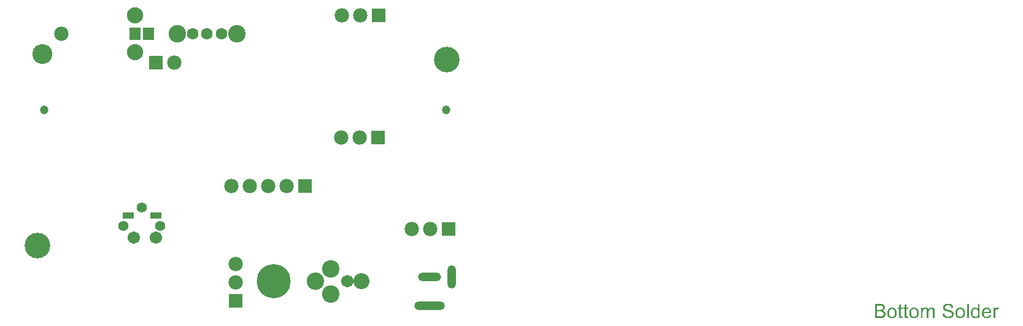
<source format=gbs>
%FSLAX25Y25*%
%MOIN*%
G70*
G01*
G75*
G04 Layer_Color=16711935*
%ADD10R,0.02362X0.03543*%
%ADD11R,0.03543X0.02362*%
%ADD12R,0.03937X0.04331*%
%ADD13R,0.06299X0.13780*%
%ADD14R,0.05000X0.03600*%
%ADD15R,0.03600X0.03600*%
%ADD16R,0.06693X0.01750*%
%ADD17R,0.08661X0.05118*%
%ADD18R,0.06299X0.07874*%
%ADD19O,0.04921X0.01772*%
%ADD20R,0.06102X0.01378*%
%ADD21C,0.01000*%
%ADD22C,0.00800*%
%ADD23C,0.02500*%
%ADD24C,0.02000*%
%ADD25C,0.08000*%
%ADD26C,0.07000*%
%ADD27C,0.10000*%
%ADD28R,0.07000X0.07000*%
%ADD29C,0.04724*%
%ADD30C,0.05906*%
%ADD31R,0.07000X0.07000*%
%ADD32C,0.08661*%
%ADD33C,0.07874*%
G04:AMPARAMS|DCode=34|XSize=118.11mil|YSize=39.37mil|CornerRadius=19.69mil|HoleSize=0mil|Usage=FLASHONLY|Rotation=0.000|XOffset=0mil|YOffset=0mil|HoleType=Round|Shape=RoundedRectangle|*
%AMROUNDEDRECTD34*
21,1,0.11811,0.00000,0,0,0.0*
21,1,0.07874,0.03937,0,0,0.0*
1,1,0.03937,0.03937,0.00000*
1,1,0.03937,-0.03937,0.00000*
1,1,0.03937,-0.03937,0.00000*
1,1,0.03937,0.03937,0.00000*
%
%ADD34ROUNDEDRECTD34*%
%ADD35O,0.15748X0.03937*%
G04:AMPARAMS|DCode=36|XSize=118.11mil|YSize=39.37mil|CornerRadius=19.69mil|HoleSize=0mil|Usage=FLASHONLY|Rotation=90.000|XOffset=0mil|YOffset=0mil|HoleType=Round|Shape=RoundedRectangle|*
%AMROUNDEDRECTD36*
21,1,0.11811,0.00000,0,0,90.0*
21,1,0.07874,0.03937,0,0,90.0*
1,1,0.03937,0.00000,0.03937*
1,1,0.03937,0.00000,-0.03937*
1,1,0.03937,0.00000,-0.03937*
1,1,0.03937,0.00000,0.03937*
%
%ADD36ROUNDEDRECTD36*%
%ADD37C,0.05512*%
%ADD38C,0.17716*%
%ADD39C,0.07874*%
%ADD40C,0.03937*%
%ADD41C,0.03150*%
%ADD42R,0.05118X0.05906*%
%ADD43R,0.05315X0.02953*%
%ADD44C,0.01200*%
%ADD45C,0.00787*%
%ADD46C,0.01500*%
%ADD47C,0.00394*%
%ADD48C,0.00700*%
%ADD49C,0.00591*%
%ADD50R,0.03162X0.04343*%
%ADD51R,0.04343X0.03162*%
%ADD52R,0.04737X0.05131*%
%ADD53R,0.07099X0.14579*%
%ADD54R,0.05800X0.04400*%
%ADD55R,0.04400X0.04400*%
%ADD56R,0.07493X0.02550*%
%ADD57R,0.09461X0.05918*%
%ADD58R,0.07099X0.08674*%
%ADD59O,0.05721X0.02572*%
%ADD60R,0.06902X0.02178*%
%ADD61C,0.08800*%
%ADD62C,0.07800*%
%ADD63C,0.10800*%
%ADD64R,0.07800X0.07800*%
%ADD65C,0.05524*%
%ADD66C,0.06706*%
%ADD67R,0.07800X0.07800*%
%ADD68C,0.09461*%
%ADD69C,0.08674*%
G04:AMPARAMS|DCode=70|XSize=126.11mil|YSize=47.37mil|CornerRadius=23.69mil|HoleSize=0mil|Usage=FLASHONLY|Rotation=0.000|XOffset=0mil|YOffset=0mil|HoleType=Round|Shape=RoundedRectangle|*
%AMROUNDEDRECTD70*
21,1,0.12611,0.00000,0,0,0.0*
21,1,0.07874,0.04737,0,0,0.0*
1,1,0.04737,0.03937,0.00000*
1,1,0.04737,-0.03937,0.00000*
1,1,0.04737,-0.03937,0.00000*
1,1,0.04737,0.03937,0.00000*
%
%ADD70ROUNDEDRECTD70*%
%ADD71O,0.16548X0.04737*%
G04:AMPARAMS|DCode=72|XSize=126.11mil|YSize=47.37mil|CornerRadius=23.69mil|HoleSize=0mil|Usage=FLASHONLY|Rotation=90.000|XOffset=0mil|YOffset=0mil|HoleType=Round|Shape=RoundedRectangle|*
%AMROUNDEDRECTD72*
21,1,0.12611,0.00000,0,0,90.0*
21,1,0.07874,0.04737,0,0,90.0*
1,1,0.04737,0.00000,0.03937*
1,1,0.04737,0.00000,-0.03937*
1,1,0.04737,0.00000,-0.03937*
1,1,0.04737,0.00000,0.03937*
%
%ADD72ROUNDEDRECTD72*%
%ADD73C,0.06312*%
%ADD74C,0.18517*%
%ADD75C,0.13874*%
%ADD76C,0.04737*%
%ADD77R,0.05918X0.06706*%
%ADD78R,0.06115X0.03753*%
G36*
X469664Y-6646D02*
X470620D01*
Y-7379D01*
X469664D01*
Y-10656D01*
Y-10678D01*
Y-10723D01*
Y-10790D01*
X469676Y-10867D01*
X469687Y-11045D01*
X469698Y-11123D01*
X469709Y-11179D01*
X469720Y-11201D01*
X469753Y-11245D01*
X469798Y-11301D01*
X469876Y-11356D01*
X469898Y-11367D01*
X469953Y-11390D01*
X470053Y-11412D01*
X470198Y-11423D01*
X470309D01*
X470364Y-11412D01*
X470442D01*
X470531Y-11401D01*
X470620Y-11390D01*
X470742Y-12223D01*
X470720D01*
X470676Y-12234D01*
X470598Y-12245D01*
X470498Y-12256D01*
X470387Y-12278D01*
X470264Y-12290D01*
X470020Y-12301D01*
X469931D01*
X469842Y-12290D01*
X469731Y-12278D01*
X469598Y-12267D01*
X469464Y-12234D01*
X469342Y-12201D01*
X469220Y-12145D01*
X469209Y-12134D01*
X469176Y-12112D01*
X469131Y-12078D01*
X469065Y-12023D01*
X469009Y-11967D01*
X468942Y-11890D01*
X468876Y-11812D01*
X468831Y-11712D01*
Y-11701D01*
X468809Y-11656D01*
X468798Y-11579D01*
X468776Y-11467D01*
X468753Y-11323D01*
X468742Y-11234D01*
Y-11134D01*
X468731Y-11012D01*
X468720Y-10890D01*
Y-10756D01*
Y-10601D01*
Y-7379D01*
X468020D01*
Y-6646D01*
X468720D01*
Y-5268D01*
X469664Y-4701D01*
Y-6646D01*
D02*
G37*
G36*
X516438Y-6534D02*
X516526Y-6546D01*
X516638Y-6568D01*
X516760Y-6590D01*
X516904Y-6623D01*
X517037Y-6657D01*
X517193Y-6712D01*
X517338Y-6768D01*
X517493Y-6846D01*
X517649Y-6934D01*
X517804Y-7034D01*
X517948Y-7157D01*
X518082Y-7290D01*
X518093Y-7301D01*
X518115Y-7323D01*
X518149Y-7368D01*
X518193Y-7434D01*
X518249Y-7512D01*
X518304Y-7601D01*
X518371Y-7712D01*
X518437Y-7846D01*
X518504Y-7990D01*
X518571Y-8145D01*
X518626Y-8323D01*
X518682Y-8512D01*
X518726Y-8723D01*
X518760Y-8945D01*
X518782Y-9179D01*
X518793Y-9434D01*
Y-9445D01*
Y-9490D01*
Y-9567D01*
X518782Y-9679D01*
X514615D01*
Y-9690D01*
Y-9723D01*
X514627Y-9768D01*
Y-9834D01*
X514638Y-9912D01*
X514660Y-10001D01*
X514693Y-10201D01*
X514760Y-10423D01*
X514849Y-10667D01*
X514971Y-10890D01*
X515127Y-11090D01*
X515138D01*
X515149Y-11112D01*
X515215Y-11167D01*
X515315Y-11245D01*
X515449Y-11323D01*
X515626Y-11412D01*
X515827Y-11490D01*
X516049Y-11545D01*
X516171Y-11556D01*
X516304Y-11567D01*
X516393D01*
X516493Y-11556D01*
X516615Y-11534D01*
X516749Y-11501D01*
X516904Y-11456D01*
X517049Y-11390D01*
X517193Y-11301D01*
X517204Y-11290D01*
X517260Y-11245D01*
X517326Y-11179D01*
X517404Y-11090D01*
X517493Y-10967D01*
X517593Y-10812D01*
X517693Y-10634D01*
X517782Y-10423D01*
X518760Y-10545D01*
Y-10556D01*
X518748Y-10579D01*
X518737Y-10623D01*
X518715Y-10690D01*
X518682Y-10756D01*
X518648Y-10845D01*
X518560Y-11034D01*
X518448Y-11245D01*
X518293Y-11467D01*
X518115Y-11678D01*
X517893Y-11878D01*
X517882D01*
X517860Y-11901D01*
X517826Y-11923D01*
X517782Y-11956D01*
X517715Y-11989D01*
X517649Y-12023D01*
X517560Y-12067D01*
X517460Y-12112D01*
X517349Y-12156D01*
X517238Y-12201D01*
X516960Y-12267D01*
X516649Y-12323D01*
X516304Y-12345D01*
X516182D01*
X516104Y-12334D01*
X516004Y-12323D01*
X515882Y-12301D01*
X515749Y-12278D01*
X515604Y-12256D01*
X515293Y-12167D01*
X515127Y-12101D01*
X514971Y-12034D01*
X514804Y-11945D01*
X514649Y-11845D01*
X514504Y-11734D01*
X514360Y-11601D01*
X514349Y-11590D01*
X514327Y-11567D01*
X514293Y-11523D01*
X514249Y-11456D01*
X514193Y-11378D01*
X514138Y-11290D01*
X514071Y-11179D01*
X514005Y-11056D01*
X513938Y-10912D01*
X513871Y-10756D01*
X513816Y-10579D01*
X513760Y-10390D01*
X513716Y-10190D01*
X513682Y-9967D01*
X513660Y-9734D01*
X513649Y-9490D01*
Y-9479D01*
Y-9423D01*
Y-9357D01*
X513660Y-9257D01*
X513671Y-9134D01*
X513682Y-9001D01*
X513704Y-8845D01*
X513738Y-8690D01*
X513827Y-8334D01*
X513882Y-8157D01*
X513949Y-7968D01*
X514038Y-7790D01*
X514138Y-7623D01*
X514249Y-7457D01*
X514371Y-7301D01*
X514382Y-7290D01*
X514404Y-7268D01*
X514449Y-7234D01*
X514504Y-7179D01*
X514571Y-7123D01*
X514660Y-7057D01*
X514760Y-6979D01*
X514882Y-6912D01*
X515004Y-6835D01*
X515149Y-6768D01*
X515304Y-6701D01*
X515471Y-6646D01*
X515649Y-6590D01*
X515838Y-6557D01*
X516038Y-6534D01*
X516249Y-6523D01*
X516360D01*
X516438Y-6534D01*
D02*
G37*
G36*
X502072D02*
X502172Y-6546D01*
X502283Y-6568D01*
X502406Y-6590D01*
X502550Y-6612D01*
X502850Y-6712D01*
X503006Y-6768D01*
X503161Y-6846D01*
X503317Y-6923D01*
X503472Y-7034D01*
X503617Y-7146D01*
X503761Y-7279D01*
X503772Y-7290D01*
X503794Y-7312D01*
X503828Y-7357D01*
X503872Y-7412D01*
X503928Y-7490D01*
X503994Y-7590D01*
X504061Y-7701D01*
X504128Y-7823D01*
X504194Y-7957D01*
X504261Y-8123D01*
X504328Y-8290D01*
X504383Y-8479D01*
X504428Y-8679D01*
X504461Y-8890D01*
X504483Y-9112D01*
X504494Y-9357D01*
Y-9368D01*
Y-9401D01*
Y-9456D01*
Y-9534D01*
X504483Y-9623D01*
X504472Y-9734D01*
Y-9845D01*
X504450Y-9967D01*
X504417Y-10245D01*
X504350Y-10523D01*
X504272Y-10801D01*
X504161Y-11056D01*
Y-11067D01*
X504150Y-11079D01*
X504128Y-11112D01*
X504106Y-11156D01*
X504028Y-11267D01*
X503928Y-11401D01*
X503794Y-11556D01*
X503628Y-11712D01*
X503439Y-11867D01*
X503217Y-12012D01*
X503206D01*
X503194Y-12023D01*
X503161Y-12045D01*
X503106Y-12067D01*
X503050Y-12089D01*
X502983Y-12112D01*
X502817Y-12178D01*
X502628Y-12234D01*
X502394Y-12290D01*
X502150Y-12334D01*
X501884Y-12345D01*
X501772D01*
X501684Y-12334D01*
X501583Y-12323D01*
X501472Y-12301D01*
X501339Y-12278D01*
X501206Y-12256D01*
X500906Y-12167D01*
X500739Y-12101D01*
X500584Y-12034D01*
X500428Y-11945D01*
X500273Y-11845D01*
X500128Y-11734D01*
X499984Y-11601D01*
X499972Y-11590D01*
X499950Y-11567D01*
X499917Y-11523D01*
X499872Y-11456D01*
X499817Y-11378D01*
X499761Y-11290D01*
X499695Y-11179D01*
X499628Y-11045D01*
X499562Y-10901D01*
X499495Y-10734D01*
X499439Y-10556D01*
X499384Y-10368D01*
X499339Y-10156D01*
X499306Y-9934D01*
X499284Y-9690D01*
X499273Y-9434D01*
Y-9412D01*
Y-9368D01*
X499284Y-9290D01*
Y-9179D01*
X499295Y-9057D01*
X499317Y-8901D01*
X499339Y-8745D01*
X499384Y-8568D01*
X499428Y-8390D01*
X499484Y-8201D01*
X499550Y-8001D01*
X499639Y-7812D01*
X499728Y-7634D01*
X499850Y-7457D01*
X499972Y-7290D01*
X500128Y-7146D01*
X500139Y-7135D01*
X500161Y-7123D01*
X500206Y-7090D01*
X500261Y-7046D01*
X500328Y-7001D01*
X500417Y-6946D01*
X500506Y-6890D01*
X500617Y-6835D01*
X500739Y-6779D01*
X500873Y-6723D01*
X501172Y-6623D01*
X501517Y-6546D01*
X501695Y-6534D01*
X501884Y-6523D01*
X501995D01*
X502072Y-6534D01*
D02*
G37*
G36*
X506527Y-12223D02*
X505583D01*
Y-4535D01*
X506527D01*
Y-12223D01*
D02*
G37*
G36*
X458599Y-4546D02*
X458688D01*
X458888Y-4568D01*
X459110Y-4590D01*
X459343Y-4635D01*
X459577Y-4690D01*
X459788Y-4768D01*
X459799D01*
X459810Y-4779D01*
X459877Y-4812D01*
X459976Y-4868D01*
X460088Y-4946D01*
X460221Y-5046D01*
X460365Y-5168D01*
X460499Y-5324D01*
X460621Y-5490D01*
X460632Y-5512D01*
X460665Y-5579D01*
X460721Y-5668D01*
X460777Y-5801D01*
X460832Y-5957D01*
X460888Y-6123D01*
X460921Y-6312D01*
X460932Y-6501D01*
Y-6523D01*
Y-6579D01*
X460921Y-6679D01*
X460899Y-6801D01*
X460865Y-6946D01*
X460810Y-7101D01*
X460743Y-7257D01*
X460654Y-7423D01*
X460643Y-7446D01*
X460610Y-7490D01*
X460543Y-7579D01*
X460454Y-7668D01*
X460343Y-7779D01*
X460210Y-7901D01*
X460043Y-8012D01*
X459854Y-8123D01*
X459865D01*
X459888Y-8134D01*
X459921Y-8145D01*
X459965Y-8168D01*
X460099Y-8212D01*
X460254Y-8290D01*
X460421Y-8390D01*
X460610Y-8512D01*
X460777Y-8657D01*
X460932Y-8834D01*
X460943Y-8856D01*
X460988Y-8923D01*
X461054Y-9023D01*
X461121Y-9156D01*
X461188Y-9334D01*
X461254Y-9523D01*
X461299Y-9745D01*
X461310Y-9990D01*
Y-10001D01*
Y-10012D01*
Y-10079D01*
X461299Y-10190D01*
X461276Y-10323D01*
X461254Y-10479D01*
X461210Y-10645D01*
X461154Y-10823D01*
X461076Y-11001D01*
X461065Y-11023D01*
X461032Y-11079D01*
X460988Y-11156D01*
X460921Y-11267D01*
X460832Y-11378D01*
X460743Y-11501D01*
X460632Y-11623D01*
X460510Y-11723D01*
X460499Y-11734D01*
X460454Y-11767D01*
X460377Y-11812D01*
X460277Y-11856D01*
X460154Y-11923D01*
X460010Y-11989D01*
X459854Y-12045D01*
X459665Y-12101D01*
X459643D01*
X459577Y-12123D01*
X459466Y-12134D01*
X459321Y-12156D01*
X459143Y-12178D01*
X458932Y-12201D01*
X458699Y-12212D01*
X458432Y-12223D01*
X455499D01*
Y-4535D01*
X458521D01*
X458599Y-4546D01*
D02*
G37*
G36*
X472653Y-6646D02*
X473608D01*
Y-7379D01*
X472653D01*
Y-10656D01*
Y-10678D01*
Y-10723D01*
Y-10790D01*
X472664Y-10867D01*
X472675Y-11045D01*
X472686Y-11123D01*
X472697Y-11179D01*
X472709Y-11201D01*
X472742Y-11245D01*
X472786Y-11301D01*
X472864Y-11356D01*
X472886Y-11367D01*
X472942Y-11390D01*
X473042Y-11412D01*
X473186Y-11423D01*
X473297D01*
X473353Y-11412D01*
X473431D01*
X473520Y-11401D01*
X473608Y-11390D01*
X473731Y-12223D01*
X473708D01*
X473664Y-12234D01*
X473586Y-12245D01*
X473486Y-12256D01*
X473375Y-12278D01*
X473253Y-12290D01*
X473009Y-12301D01*
X472920D01*
X472831Y-12290D01*
X472720Y-12278D01*
X472586Y-12267D01*
X472453Y-12234D01*
X472331Y-12201D01*
X472209Y-12145D01*
X472197Y-12134D01*
X472164Y-12112D01*
X472120Y-12078D01*
X472053Y-12023D01*
X471998Y-11967D01*
X471931Y-11890D01*
X471864Y-11812D01*
X471820Y-11712D01*
Y-11701D01*
X471798Y-11656D01*
X471786Y-11579D01*
X471764Y-11467D01*
X471742Y-11323D01*
X471731Y-11234D01*
Y-11134D01*
X471720Y-11012D01*
X471709Y-10890D01*
Y-10756D01*
Y-10601D01*
Y-7379D01*
X471009D01*
Y-6646D01*
X471709D01*
Y-5268D01*
X472653Y-4701D01*
Y-6646D01*
D02*
G37*
G36*
X522170Y-6534D02*
X522293Y-6557D01*
X522437Y-6601D01*
X522592Y-6657D01*
X522770Y-6735D01*
X522959Y-6835D01*
X522615Y-7701D01*
X522604Y-7690D01*
X522559Y-7668D01*
X522493Y-7634D01*
X522404Y-7601D01*
X522304Y-7568D01*
X522181Y-7534D01*
X522059Y-7512D01*
X521937Y-7501D01*
X521881D01*
X521826Y-7512D01*
X521748Y-7523D01*
X521670Y-7546D01*
X521570Y-7579D01*
X521470Y-7623D01*
X521382Y-7690D01*
X521370Y-7701D01*
X521337Y-7723D01*
X521304Y-7768D01*
X521248Y-7823D01*
X521193Y-7901D01*
X521137Y-7990D01*
X521081Y-8090D01*
X521037Y-8212D01*
X521026Y-8234D01*
X521015Y-8301D01*
X520993Y-8401D01*
X520959Y-8534D01*
X520926Y-8701D01*
X520904Y-8890D01*
X520893Y-9090D01*
X520882Y-9312D01*
Y-12223D01*
X519937D01*
Y-6646D01*
X520793D01*
Y-7490D01*
X520804Y-7479D01*
X520848Y-7401D01*
X520904Y-7301D01*
X520993Y-7179D01*
X521081Y-7057D01*
X521181Y-6923D01*
X521281Y-6812D01*
X521382Y-6723D01*
X521393Y-6712D01*
X521426Y-6690D01*
X521493Y-6657D01*
X521559Y-6623D01*
X521648Y-6590D01*
X521759Y-6557D01*
X521870Y-6534D01*
X521993Y-6523D01*
X522070D01*
X522170Y-6534D01*
D02*
G37*
G36*
X512471Y-12223D02*
X511594D01*
Y-11523D01*
X511583Y-11534D01*
X511571Y-11556D01*
X511538Y-11601D01*
X511494Y-11656D01*
X511438Y-11712D01*
X511371Y-11778D01*
X511294Y-11856D01*
X511194Y-11934D01*
X511094Y-12012D01*
X510983Y-12089D01*
X510849Y-12156D01*
X510705Y-12212D01*
X510560Y-12267D01*
X510394Y-12312D01*
X510216Y-12334D01*
X510027Y-12345D01*
X509960D01*
X509916Y-12334D01*
X509783Y-12323D01*
X509627Y-12301D01*
X509438Y-12256D01*
X509227Y-12190D01*
X509016Y-12101D01*
X508805Y-11978D01*
X508794D01*
X508783Y-11956D01*
X508716Y-11912D01*
X508616Y-11823D01*
X508494Y-11712D01*
X508350Y-11567D01*
X508205Y-11390D01*
X508061Y-11190D01*
X507938Y-10956D01*
Y-10945D01*
X507927Y-10923D01*
X507916Y-10890D01*
X507894Y-10845D01*
X507872Y-10779D01*
X507838Y-10701D01*
X507816Y-10623D01*
X507794Y-10523D01*
X507738Y-10301D01*
X507683Y-10045D01*
X507650Y-9756D01*
X507638Y-9445D01*
Y-9434D01*
Y-9412D01*
Y-9368D01*
Y-9301D01*
X507650Y-9234D01*
Y-9145D01*
X507672Y-8945D01*
X507705Y-8712D01*
X507761Y-8457D01*
X507827Y-8190D01*
X507916Y-7934D01*
Y-7923D01*
X507927Y-7901D01*
X507949Y-7868D01*
X507972Y-7823D01*
X508038Y-7701D01*
X508127Y-7546D01*
X508238Y-7379D01*
X508383Y-7212D01*
X508549Y-7034D01*
X508749Y-6890D01*
X508760D01*
X508772Y-6879D01*
X508805Y-6857D01*
X508849Y-6835D01*
X508960Y-6779D01*
X509116Y-6701D01*
X509294Y-6634D01*
X509505Y-6579D01*
X509738Y-6534D01*
X509983Y-6523D01*
X510072D01*
X510160Y-6534D01*
X510283Y-6546D01*
X510427Y-6579D01*
X510583Y-6612D01*
X510738Y-6668D01*
X510883Y-6746D01*
X510905Y-6757D01*
X510949Y-6779D01*
X511016Y-6835D01*
X511105Y-6890D01*
X511216Y-6968D01*
X511316Y-7068D01*
X511427Y-7168D01*
X511527Y-7290D01*
Y-4535D01*
X512471D01*
Y-12223D01*
D02*
G37*
G36*
X495451Y-4412D02*
X495529D01*
X495740Y-4435D01*
X495973Y-4468D01*
X496217Y-4524D01*
X496484Y-4590D01*
X496728Y-4679D01*
X496739D01*
X496762Y-4690D01*
X496795Y-4713D01*
X496840Y-4735D01*
X496951Y-4790D01*
X497095Y-4890D01*
X497262Y-5001D01*
X497428Y-5146D01*
X497584Y-5312D01*
X497728Y-5501D01*
Y-5512D01*
X497739Y-5523D01*
X497762Y-5557D01*
X497784Y-5590D01*
X497839Y-5701D01*
X497906Y-5846D01*
X497984Y-6024D01*
X498039Y-6235D01*
X498095Y-6457D01*
X498117Y-6701D01*
X497140Y-6779D01*
Y-6768D01*
Y-6746D01*
X497128Y-6712D01*
X497117Y-6657D01*
X497084Y-6534D01*
X497040Y-6368D01*
X496973Y-6190D01*
X496873Y-6012D01*
X496751Y-5846D01*
X496595Y-5690D01*
X496573Y-5679D01*
X496517Y-5635D01*
X496406Y-5568D01*
X496262Y-5501D01*
X496073Y-5435D01*
X495851Y-5368D01*
X495573Y-5324D01*
X495262Y-5312D01*
X495106D01*
X495040Y-5324D01*
X494951Y-5335D01*
X494751Y-5357D01*
X494529Y-5401D01*
X494306Y-5457D01*
X494095Y-5546D01*
X494006Y-5601D01*
X493918Y-5657D01*
X493895Y-5668D01*
X493851Y-5712D01*
X493784Y-5790D01*
X493718Y-5879D01*
X493640Y-6001D01*
X493573Y-6135D01*
X493529Y-6290D01*
X493506Y-6468D01*
Y-6490D01*
Y-6534D01*
X493518Y-6612D01*
X493540Y-6701D01*
X493573Y-6812D01*
X493629Y-6923D01*
X493695Y-7034D01*
X493795Y-7146D01*
X493807Y-7157D01*
X493862Y-7190D01*
X493906Y-7223D01*
X493951Y-7246D01*
X494018Y-7279D01*
X494095Y-7323D01*
X494195Y-7357D01*
X494306Y-7401D01*
X494429Y-7446D01*
X494573Y-7501D01*
X494729Y-7546D01*
X494906Y-7601D01*
X495106Y-7645D01*
X495329Y-7701D01*
X495340D01*
X495384Y-7712D01*
X495451Y-7723D01*
X495529Y-7745D01*
X495628Y-7768D01*
X495751Y-7801D01*
X495873Y-7834D01*
X496006Y-7868D01*
X496295Y-7946D01*
X496573Y-8023D01*
X496706Y-8068D01*
X496828Y-8112D01*
X496940Y-8145D01*
X497028Y-8190D01*
X497040D01*
X497062Y-8201D01*
X497095Y-8223D01*
X497140Y-8246D01*
X497262Y-8312D01*
X497406Y-8401D01*
X497573Y-8523D01*
X497739Y-8657D01*
X497895Y-8812D01*
X498028Y-8979D01*
X498039Y-9001D01*
X498084Y-9057D01*
X498128Y-9156D01*
X498195Y-9290D01*
X498250Y-9445D01*
X498306Y-9634D01*
X498339Y-9845D01*
X498350Y-10068D01*
Y-10079D01*
Y-10090D01*
Y-10123D01*
Y-10167D01*
X498328Y-10290D01*
X498306Y-10445D01*
X498262Y-10623D01*
X498206Y-10812D01*
X498117Y-11012D01*
X497995Y-11223D01*
Y-11234D01*
X497984Y-11245D01*
X497928Y-11312D01*
X497851Y-11412D01*
X497739Y-11523D01*
X497595Y-11656D01*
X497417Y-11801D01*
X497217Y-11934D01*
X496984Y-12056D01*
X496973D01*
X496951Y-12067D01*
X496917Y-12078D01*
X496873Y-12101D01*
X496806Y-12123D01*
X496728Y-12156D01*
X496551Y-12201D01*
X496340Y-12256D01*
X496084Y-12312D01*
X495806Y-12345D01*
X495506Y-12356D01*
X495329D01*
X495240Y-12345D01*
X495140D01*
X495029Y-12334D01*
X494895Y-12323D01*
X494618Y-12278D01*
X494329Y-12234D01*
X494040Y-12156D01*
X493762Y-12056D01*
X493751D01*
X493729Y-12045D01*
X493695Y-12023D01*
X493651Y-12001D01*
X493518Y-11934D01*
X493362Y-11834D01*
X493184Y-11701D01*
X492996Y-11545D01*
X492818Y-11356D01*
X492651Y-11145D01*
Y-11134D01*
X492629Y-11112D01*
X492618Y-11079D01*
X492584Y-11034D01*
X492562Y-10978D01*
X492529Y-10912D01*
X492451Y-10745D01*
X492373Y-10534D01*
X492307Y-10301D01*
X492262Y-10034D01*
X492240Y-9756D01*
X493195Y-9668D01*
Y-9679D01*
Y-9690D01*
X493207Y-9723D01*
Y-9768D01*
X493229Y-9867D01*
X493262Y-10012D01*
X493306Y-10156D01*
X493351Y-10323D01*
X493429Y-10479D01*
X493506Y-10623D01*
X493518Y-10634D01*
X493551Y-10678D01*
X493607Y-10756D01*
X493695Y-10834D01*
X493807Y-10934D01*
X493929Y-11034D01*
X494095Y-11134D01*
X494273Y-11223D01*
X494284D01*
X494295Y-11234D01*
X494329Y-11245D01*
X494362Y-11256D01*
X494473Y-11290D01*
X494618Y-11334D01*
X494795Y-11378D01*
X494995Y-11412D01*
X495218Y-11434D01*
X495462Y-11445D01*
X495562D01*
X495673Y-11434D01*
X495806Y-11423D01*
X495962Y-11401D01*
X496140Y-11378D01*
X496317Y-11334D01*
X496484Y-11278D01*
X496506Y-11267D01*
X496562Y-11245D01*
X496639Y-11201D01*
X496739Y-11156D01*
X496840Y-11079D01*
X496951Y-11001D01*
X497062Y-10912D01*
X497151Y-10801D01*
X497162Y-10790D01*
X497184Y-10745D01*
X497217Y-10690D01*
X497262Y-10601D01*
X497306Y-10512D01*
X497339Y-10401D01*
X497362Y-10279D01*
X497373Y-10145D01*
Y-10134D01*
Y-10079D01*
X497362Y-10012D01*
X497351Y-9923D01*
X497317Y-9834D01*
X497284Y-9723D01*
X497228Y-9612D01*
X497151Y-9512D01*
X497140Y-9501D01*
X497106Y-9468D01*
X497062Y-9423D01*
X496984Y-9357D01*
X496895Y-9290D01*
X496773Y-9212D01*
X496628Y-9134D01*
X496462Y-9068D01*
X496451Y-9057D01*
X496395Y-9045D01*
X496306Y-9012D01*
X496251Y-9001D01*
X496173Y-8979D01*
X496095Y-8945D01*
X495995Y-8923D01*
X495884Y-8890D01*
X495751Y-8856D01*
X495617Y-8823D01*
X495462Y-8779D01*
X495284Y-8734D01*
X495095Y-8690D01*
X495084D01*
X495051Y-8679D01*
X494995Y-8668D01*
X494929Y-8645D01*
X494840Y-8623D01*
X494740Y-8601D01*
X494518Y-8534D01*
X494273Y-8457D01*
X494018Y-8379D01*
X493795Y-8301D01*
X493695Y-8257D01*
X493607Y-8212D01*
X493595D01*
X493584Y-8201D01*
X493518Y-8157D01*
X493418Y-8101D01*
X493306Y-8012D01*
X493173Y-7912D01*
X493040Y-7790D01*
X492907Y-7645D01*
X492796Y-7490D01*
X492784Y-7468D01*
X492751Y-7412D01*
X492707Y-7323D01*
X492662Y-7212D01*
X492618Y-7068D01*
X492573Y-6901D01*
X492540Y-6723D01*
X492529Y-6534D01*
Y-6523D01*
Y-6512D01*
Y-6479D01*
Y-6435D01*
X492551Y-6323D01*
X492573Y-6179D01*
X492607Y-6012D01*
X492662Y-5824D01*
X492740Y-5635D01*
X492851Y-5446D01*
Y-5435D01*
X492862Y-5424D01*
X492918Y-5357D01*
X492996Y-5268D01*
X493095Y-5157D01*
X493229Y-5035D01*
X493395Y-4901D01*
X493595Y-4779D01*
X493818Y-4668D01*
X493829D01*
X493851Y-4657D01*
X493884Y-4646D01*
X493929Y-4624D01*
X493984Y-4601D01*
X494062Y-4579D01*
X494229Y-4535D01*
X494440Y-4490D01*
X494684Y-4446D01*
X494940Y-4412D01*
X495229Y-4401D01*
X495373D01*
X495451Y-4412D01*
D02*
G37*
G36*
X476986Y-6534D02*
X477086Y-6546D01*
X477197Y-6568D01*
X477319Y-6590D01*
X477464Y-6612D01*
X477764Y-6712D01*
X477919Y-6768D01*
X478075Y-6846D01*
X478230Y-6923D01*
X478386Y-7034D01*
X478530Y-7146D01*
X478675Y-7279D01*
X478686Y-7290D01*
X478708Y-7312D01*
X478741Y-7357D01*
X478786Y-7412D01*
X478841Y-7490D01*
X478908Y-7590D01*
X478975Y-7701D01*
X479041Y-7823D01*
X479108Y-7957D01*
X479175Y-8123D01*
X479241Y-8290D01*
X479297Y-8479D01*
X479341Y-8679D01*
X479375Y-8890D01*
X479397Y-9112D01*
X479408Y-9357D01*
Y-9368D01*
Y-9401D01*
Y-9456D01*
Y-9534D01*
X479397Y-9623D01*
X479386Y-9734D01*
Y-9845D01*
X479363Y-9967D01*
X479330Y-10245D01*
X479263Y-10523D01*
X479186Y-10801D01*
X479075Y-11056D01*
Y-11067D01*
X479064Y-11079D01*
X479041Y-11112D01*
X479019Y-11156D01*
X478941Y-11267D01*
X478841Y-11401D01*
X478708Y-11556D01*
X478541Y-11712D01*
X478352Y-11867D01*
X478130Y-12012D01*
X478119D01*
X478108Y-12023D01*
X478075Y-12045D01*
X478019Y-12067D01*
X477964Y-12089D01*
X477897Y-12112D01*
X477730Y-12178D01*
X477541Y-12234D01*
X477308Y-12290D01*
X477064Y-12334D01*
X476797Y-12345D01*
X476686D01*
X476597Y-12334D01*
X476497Y-12323D01*
X476386Y-12301D01*
X476253Y-12278D01*
X476119Y-12256D01*
X475819Y-12167D01*
X475653Y-12101D01*
X475497Y-12034D01*
X475342Y-11945D01*
X475186Y-11845D01*
X475042Y-11734D01*
X474897Y-11601D01*
X474886Y-11590D01*
X474864Y-11567D01*
X474831Y-11523D01*
X474786Y-11456D01*
X474731Y-11378D01*
X474675Y-11290D01*
X474608Y-11179D01*
X474542Y-11045D01*
X474475Y-10901D01*
X474408Y-10734D01*
X474353Y-10556D01*
X474297Y-10368D01*
X474253Y-10156D01*
X474220Y-9934D01*
X474197Y-9690D01*
X474186Y-9434D01*
Y-9412D01*
Y-9368D01*
X474197Y-9290D01*
Y-9179D01*
X474208Y-9057D01*
X474231Y-8901D01*
X474253Y-8745D01*
X474297Y-8568D01*
X474342Y-8390D01*
X474397Y-8201D01*
X474464Y-8001D01*
X474553Y-7812D01*
X474642Y-7634D01*
X474764Y-7457D01*
X474886Y-7290D01*
X475042Y-7146D01*
X475053Y-7135D01*
X475075Y-7123D01*
X475119Y-7090D01*
X475175Y-7046D01*
X475242Y-7001D01*
X475331Y-6946D01*
X475419Y-6890D01*
X475530Y-6835D01*
X475653Y-6779D01*
X475786Y-6723D01*
X476086Y-6623D01*
X476431Y-6546D01*
X476608Y-6534D01*
X476797Y-6523D01*
X476908D01*
X476986Y-6534D01*
D02*
G37*
G36*
X465032D02*
X465132Y-6546D01*
X465243Y-6568D01*
X465365Y-6590D01*
X465509Y-6612D01*
X465809Y-6712D01*
X465965Y-6768D01*
X466120Y-6846D01*
X466276Y-6923D01*
X466432Y-7034D01*
X466576Y-7146D01*
X466720Y-7279D01*
X466731Y-7290D01*
X466754Y-7312D01*
X466787Y-7357D01*
X466831Y-7412D01*
X466887Y-7490D01*
X466954Y-7590D01*
X467020Y-7701D01*
X467087Y-7823D01*
X467154Y-7957D01*
X467220Y-8123D01*
X467287Y-8290D01*
X467343Y-8479D01*
X467387Y-8679D01*
X467420Y-8890D01*
X467443Y-9112D01*
X467454Y-9357D01*
Y-9368D01*
Y-9401D01*
Y-9456D01*
Y-9534D01*
X467443Y-9623D01*
X467431Y-9734D01*
Y-9845D01*
X467409Y-9967D01*
X467376Y-10245D01*
X467309Y-10523D01*
X467231Y-10801D01*
X467120Y-11056D01*
Y-11067D01*
X467109Y-11079D01*
X467087Y-11112D01*
X467065Y-11156D01*
X466987Y-11267D01*
X466887Y-11401D01*
X466754Y-11556D01*
X466587Y-11712D01*
X466398Y-11867D01*
X466176Y-12012D01*
X466165D01*
X466154Y-12023D01*
X466120Y-12045D01*
X466065Y-12067D01*
X466009Y-12089D01*
X465943Y-12112D01*
X465776Y-12178D01*
X465587Y-12234D01*
X465354Y-12290D01*
X465109Y-12334D01*
X464843Y-12345D01*
X464732D01*
X464643Y-12334D01*
X464543Y-12323D01*
X464432Y-12301D01*
X464298Y-12278D01*
X464165Y-12256D01*
X463865Y-12167D01*
X463698Y-12101D01*
X463543Y-12034D01*
X463387Y-11945D01*
X463232Y-11845D01*
X463087Y-11734D01*
X462943Y-11601D01*
X462932Y-11590D01*
X462910Y-11567D01*
X462876Y-11523D01*
X462832Y-11456D01*
X462776Y-11378D01*
X462721Y-11290D01*
X462654Y-11179D01*
X462587Y-11045D01*
X462521Y-10901D01*
X462454Y-10734D01*
X462398Y-10556D01*
X462343Y-10368D01*
X462298Y-10156D01*
X462265Y-9934D01*
X462243Y-9690D01*
X462232Y-9434D01*
Y-9412D01*
Y-9368D01*
X462243Y-9290D01*
Y-9179D01*
X462254Y-9057D01*
X462276Y-8901D01*
X462298Y-8745D01*
X462343Y-8568D01*
X462387Y-8390D01*
X462443Y-8201D01*
X462510Y-8001D01*
X462599Y-7812D01*
X462687Y-7634D01*
X462810Y-7457D01*
X462932Y-7290D01*
X463087Y-7146D01*
X463098Y-7135D01*
X463121Y-7123D01*
X463165Y-7090D01*
X463221Y-7046D01*
X463287Y-7001D01*
X463376Y-6946D01*
X463465Y-6890D01*
X463576Y-6835D01*
X463698Y-6779D01*
X463832Y-6723D01*
X464132Y-6623D01*
X464476Y-6546D01*
X464654Y-6534D01*
X464843Y-6523D01*
X464954D01*
X465032Y-6534D01*
D02*
G37*
G36*
X486485D02*
X486563D01*
X486641Y-6546D01*
X486829Y-6579D01*
X487029Y-6634D01*
X487241Y-6723D01*
X487452Y-6835D01*
X487629Y-6990D01*
X487652Y-7012D01*
X487696Y-7079D01*
X487774Y-7179D01*
X487807Y-7257D01*
X487851Y-7334D01*
X487896Y-7434D01*
X487929Y-7534D01*
X487974Y-7645D01*
X488007Y-7779D01*
X488029Y-7912D01*
X488052Y-8068D01*
X488074Y-8223D01*
Y-8401D01*
Y-12223D01*
X487129D01*
Y-8723D01*
Y-8712D01*
Y-8701D01*
Y-8634D01*
Y-8534D01*
X487118Y-8412D01*
X487107Y-8279D01*
X487096Y-8145D01*
X487074Y-8012D01*
X487041Y-7912D01*
Y-7901D01*
X487018Y-7868D01*
X486996Y-7823D01*
X486963Y-7768D01*
X486918Y-7701D01*
X486863Y-7634D01*
X486796Y-7568D01*
X486707Y-7501D01*
X486696Y-7490D01*
X486663Y-7479D01*
X486618Y-7457D01*
X486541Y-7423D01*
X486463Y-7390D01*
X486363Y-7368D01*
X486263Y-7357D01*
X486141Y-7346D01*
X486085D01*
X486041Y-7357D01*
X485929Y-7368D01*
X485796Y-7390D01*
X485641Y-7446D01*
X485474Y-7512D01*
X485307Y-7612D01*
X485152Y-7745D01*
X485141Y-7768D01*
X485096Y-7823D01*
X485030Y-7912D01*
X484963Y-8045D01*
X484885Y-8223D01*
X484830Y-8434D01*
X484785Y-8690D01*
X484763Y-8990D01*
Y-12223D01*
X483819D01*
Y-8612D01*
Y-8601D01*
Y-8579D01*
Y-8557D01*
Y-8512D01*
X483808Y-8390D01*
X483785Y-8257D01*
X483763Y-8101D01*
X483719Y-7946D01*
X483663Y-7801D01*
X483585Y-7668D01*
X483574Y-7657D01*
X483541Y-7612D01*
X483485Y-7568D01*
X483407Y-7501D01*
X483308Y-7446D01*
X483174Y-7390D01*
X483019Y-7357D01*
X482830Y-7346D01*
X482763D01*
X482685Y-7357D01*
X482596Y-7368D01*
X482485Y-7401D01*
X482352Y-7434D01*
X482230Y-7490D01*
X482097Y-7557D01*
X482085Y-7568D01*
X482041Y-7601D01*
X481986Y-7645D01*
X481908Y-7712D01*
X481830Y-7801D01*
X481752Y-7912D01*
X481674Y-8034D01*
X481608Y-8179D01*
X481597Y-8201D01*
X481586Y-8257D01*
X481563Y-8345D01*
X481530Y-8468D01*
X481497Y-8634D01*
X481474Y-8834D01*
X481463Y-9068D01*
X481452Y-9334D01*
Y-12223D01*
X480508D01*
Y-6646D01*
X481352D01*
Y-7446D01*
X481363Y-7423D01*
X481397Y-7379D01*
X481463Y-7301D01*
X481541Y-7212D01*
X481641Y-7101D01*
X481763Y-6990D01*
X481897Y-6879D01*
X482052Y-6779D01*
X482074Y-6768D01*
X482130Y-6735D01*
X482219Y-6701D01*
X482341Y-6646D01*
X482485Y-6601D01*
X482652Y-6568D01*
X482841Y-6534D01*
X483041Y-6523D01*
X483141D01*
X483263Y-6534D01*
X483396Y-6557D01*
X483563Y-6590D01*
X483730Y-6634D01*
X483896Y-6701D01*
X484052Y-6790D01*
X484074Y-6801D01*
X484119Y-6835D01*
X484185Y-6890D01*
X484274Y-6979D01*
X484363Y-7079D01*
X484463Y-7201D01*
X484552Y-7346D01*
X484619Y-7512D01*
X484630Y-7501D01*
X484652Y-7468D01*
X484685Y-7423D01*
X484741Y-7357D01*
X484807Y-7279D01*
X484885Y-7201D01*
X484974Y-7112D01*
X485085Y-7012D01*
X485207Y-6923D01*
X485330Y-6835D01*
X485474Y-6757D01*
X485630Y-6679D01*
X485796Y-6612D01*
X485974Y-6568D01*
X486152Y-6534D01*
X486352Y-6523D01*
X486429D01*
X486485Y-6534D01*
D02*
G37*
%LPC*%
G36*
X458543Y-8668D02*
X456521D01*
Y-11312D01*
X458710D01*
X458943Y-11301D01*
X459043Y-11290D01*
X459132Y-11278D01*
X459143D01*
X459188Y-11267D01*
X459254Y-11256D01*
X459332Y-11234D01*
X459521Y-11167D01*
X459710Y-11079D01*
X459721Y-11067D01*
X459754Y-11045D01*
X459799Y-11012D01*
X459854Y-10967D01*
X459910Y-10901D01*
X459988Y-10834D01*
X460043Y-10745D01*
X460110Y-10645D01*
X460121Y-10634D01*
X460132Y-10601D01*
X460154Y-10534D01*
X460188Y-10456D01*
X460221Y-10368D01*
X460243Y-10256D01*
X460254Y-10123D01*
X460265Y-9990D01*
Y-9967D01*
Y-9923D01*
X460254Y-9834D01*
X460232Y-9734D01*
X460210Y-9623D01*
X460165Y-9501D01*
X460110Y-9379D01*
X460032Y-9257D01*
X460021Y-9245D01*
X459988Y-9201D01*
X459943Y-9145D01*
X459877Y-9079D01*
X459788Y-9001D01*
X459677Y-8923D01*
X459554Y-8856D01*
X459410Y-8801D01*
X459388Y-8790D01*
X459343Y-8779D01*
X459243Y-8756D01*
X459121Y-8734D01*
X458965Y-8712D01*
X458777Y-8690D01*
X458543Y-8668D01*
D02*
G37*
G36*
X516260Y-7301D02*
X516193D01*
X516149Y-7312D01*
X516026Y-7323D01*
X515882Y-7357D01*
X515704Y-7412D01*
X515515Y-7490D01*
X515338Y-7601D01*
X515160Y-7745D01*
X515138Y-7768D01*
X515093Y-7823D01*
X515016Y-7923D01*
X514938Y-8057D01*
X514849Y-8212D01*
X514771Y-8412D01*
X514704Y-8645D01*
X514671Y-8901D01*
X517793D01*
Y-8890D01*
Y-8868D01*
X517782Y-8834D01*
Y-8790D01*
X517760Y-8657D01*
X517726Y-8512D01*
X517671Y-8334D01*
X517615Y-8168D01*
X517526Y-8001D01*
X517426Y-7857D01*
Y-7846D01*
X517404Y-7834D01*
X517349Y-7768D01*
X517249Y-7679D01*
X517115Y-7579D01*
X516949Y-7479D01*
X516749Y-7390D01*
X516515Y-7323D01*
X516393Y-7312D01*
X516260Y-7301D01*
D02*
G37*
G36*
X458343Y-5446D02*
X456521D01*
Y-7757D01*
X458410D01*
X458555Y-7745D01*
X458710Y-7734D01*
X458865Y-7723D01*
X459021Y-7701D01*
X459143Y-7679D01*
X459165Y-7668D01*
X459210Y-7657D01*
X459277Y-7623D01*
X459366Y-7579D01*
X459454Y-7534D01*
X459554Y-7468D01*
X459654Y-7379D01*
X459732Y-7290D01*
X459743Y-7279D01*
X459765Y-7246D01*
X459799Y-7179D01*
X459832Y-7101D01*
X459865Y-7012D01*
X459899Y-6901D01*
X459921Y-6768D01*
X459932Y-6623D01*
Y-6601D01*
Y-6557D01*
X459921Y-6490D01*
X459910Y-6401D01*
X459888Y-6290D01*
X459854Y-6179D01*
X459810Y-6068D01*
X459743Y-5957D01*
X459732Y-5946D01*
X459710Y-5912D01*
X459665Y-5857D01*
X459610Y-5801D01*
X459532Y-5735D01*
X459443Y-5668D01*
X459332Y-5601D01*
X459210Y-5557D01*
X459199D01*
X459143Y-5535D01*
X459065Y-5523D01*
X458943Y-5501D01*
X458777Y-5479D01*
X458588Y-5468D01*
X458343Y-5446D01*
D02*
G37*
G36*
X510083Y-7301D02*
X510027D01*
X509983Y-7312D01*
X509860Y-7323D01*
X509716Y-7368D01*
X509549Y-7423D01*
X509372Y-7523D01*
X509194Y-7645D01*
X509105Y-7734D01*
X509027Y-7823D01*
Y-7834D01*
X509005Y-7846D01*
X508994Y-7879D01*
X508960Y-7923D01*
X508927Y-7979D01*
X508894Y-8045D01*
X508860Y-8123D01*
X508816Y-8212D01*
X508772Y-8323D01*
X508738Y-8445D01*
X508705Y-8579D01*
X508672Y-8723D01*
X508649Y-8879D01*
X508627Y-9057D01*
X508605Y-9245D01*
Y-9445D01*
Y-9456D01*
Y-9490D01*
Y-9545D01*
X508616Y-9623D01*
Y-9712D01*
X508627Y-9812D01*
X508661Y-10045D01*
X508716Y-10301D01*
X508794Y-10567D01*
X508905Y-10823D01*
X508972Y-10934D01*
X509049Y-11045D01*
X509060D01*
X509072Y-11067D01*
X509127Y-11123D01*
X509227Y-11212D01*
X509349Y-11301D01*
X509505Y-11401D01*
X509694Y-11490D01*
X509894Y-11545D01*
X510005Y-11556D01*
X510116Y-11567D01*
X510172D01*
X510216Y-11556D01*
X510338Y-11545D01*
X510483Y-11501D01*
X510649Y-11445D01*
X510827Y-11356D01*
X511005Y-11234D01*
X511094Y-11156D01*
X511171Y-11067D01*
Y-11056D01*
X511194Y-11045D01*
X511216Y-11012D01*
X511238Y-10967D01*
X511271Y-10912D01*
X511316Y-10856D01*
X511349Y-10767D01*
X511394Y-10678D01*
X511438Y-10579D01*
X511471Y-10468D01*
X511516Y-10334D01*
X511549Y-10201D01*
X511571Y-10045D01*
X511594Y-9890D01*
X511616Y-9712D01*
Y-9523D01*
Y-9512D01*
Y-9468D01*
Y-9412D01*
X511605Y-9334D01*
Y-9245D01*
X511594Y-9134D01*
X511583Y-9012D01*
X511560Y-8879D01*
X511505Y-8612D01*
X511427Y-8334D01*
X511316Y-8068D01*
X511249Y-7957D01*
X511171Y-7846D01*
Y-7834D01*
X511149Y-7823D01*
X511094Y-7757D01*
X510994Y-7668D01*
X510872Y-7568D01*
X510716Y-7468D01*
X510527Y-7390D01*
X510316Y-7323D01*
X510205Y-7312D01*
X510083Y-7301D01*
D02*
G37*
G36*
X464843D02*
X464776D01*
X464720Y-7312D01*
X464598Y-7323D01*
X464432Y-7368D01*
X464243Y-7434D01*
X464043Y-7523D01*
X463854Y-7657D01*
X463754Y-7745D01*
X463665Y-7834D01*
Y-7846D01*
X463643Y-7857D01*
X463621Y-7890D01*
X463587Y-7934D01*
X463554Y-7990D01*
X463521Y-8057D01*
X463476Y-8145D01*
X463432Y-8234D01*
X463387Y-8345D01*
X463343Y-8457D01*
X463309Y-8590D01*
X463276Y-8734D01*
X463243Y-8890D01*
X463221Y-9057D01*
X463210Y-9245D01*
X463198Y-9434D01*
Y-9445D01*
Y-9479D01*
Y-9534D01*
X463210Y-9612D01*
Y-9701D01*
X463221Y-9801D01*
X463254Y-10034D01*
X463309Y-10301D01*
X463398Y-10567D01*
X463510Y-10823D01*
X463587Y-10934D01*
X463665Y-11045D01*
X463676D01*
X463687Y-11067D01*
X463754Y-11123D01*
X463854Y-11212D01*
X463987Y-11301D01*
X464154Y-11401D01*
X464354Y-11490D01*
X464587Y-11545D01*
X464709Y-11556D01*
X464843Y-11567D01*
X464909D01*
X464965Y-11556D01*
X465087Y-11534D01*
X465254Y-11501D01*
X465431Y-11434D01*
X465631Y-11345D01*
X465820Y-11212D01*
X465920Y-11123D01*
X466009Y-11034D01*
X466020Y-11023D01*
X466032Y-11012D01*
X466054Y-10978D01*
X466087Y-10934D01*
X466120Y-10879D01*
X466165Y-10812D01*
X466209Y-10723D01*
X466254Y-10634D01*
X466298Y-10523D01*
X466331Y-10401D01*
X466376Y-10267D01*
X466409Y-10123D01*
X466443Y-9956D01*
X466465Y-9790D01*
X466487Y-9601D01*
Y-9401D01*
Y-9390D01*
Y-9357D01*
Y-9301D01*
X466476Y-9234D01*
Y-9145D01*
X466465Y-9045D01*
X466432Y-8812D01*
X466376Y-8568D01*
X466287Y-8301D01*
X466165Y-8057D01*
X466098Y-7934D01*
X466009Y-7834D01*
Y-7823D01*
X465987Y-7812D01*
X465920Y-7745D01*
X465820Y-7668D01*
X465687Y-7568D01*
X465520Y-7468D01*
X465320Y-7379D01*
X465098Y-7323D01*
X464976Y-7312D01*
X464843Y-7301D01*
D02*
G37*
G36*
X476797D02*
X476730D01*
X476675Y-7312D01*
X476553Y-7323D01*
X476386Y-7368D01*
X476197Y-7434D01*
X475997Y-7523D01*
X475808Y-7657D01*
X475708Y-7745D01*
X475619Y-7834D01*
Y-7846D01*
X475597Y-7857D01*
X475575Y-7890D01*
X475542Y-7934D01*
X475508Y-7990D01*
X475475Y-8057D01*
X475431Y-8145D01*
X475386Y-8234D01*
X475342Y-8345D01*
X475297Y-8457D01*
X475264Y-8590D01*
X475231Y-8734D01*
X475197Y-8890D01*
X475175Y-9057D01*
X475164Y-9245D01*
X475153Y-9434D01*
Y-9445D01*
Y-9479D01*
Y-9534D01*
X475164Y-9612D01*
Y-9701D01*
X475175Y-9801D01*
X475208Y-10034D01*
X475264Y-10301D01*
X475353Y-10567D01*
X475464Y-10823D01*
X475542Y-10934D01*
X475619Y-11045D01*
X475631D01*
X475642Y-11067D01*
X475708Y-11123D01*
X475808Y-11212D01*
X475942Y-11301D01*
X476108Y-11401D01*
X476308Y-11490D01*
X476542Y-11545D01*
X476664Y-11556D01*
X476797Y-11567D01*
X476864D01*
X476919Y-11556D01*
X477041Y-11534D01*
X477208Y-11501D01*
X477386Y-11434D01*
X477586Y-11345D01*
X477775Y-11212D01*
X477875Y-11123D01*
X477964Y-11034D01*
X477975Y-11023D01*
X477986Y-11012D01*
X478008Y-10978D01*
X478041Y-10934D01*
X478075Y-10879D01*
X478119Y-10812D01*
X478164Y-10723D01*
X478208Y-10634D01*
X478253Y-10523D01*
X478286Y-10401D01*
X478330Y-10267D01*
X478364Y-10123D01*
X478397Y-9956D01*
X478419Y-9790D01*
X478441Y-9601D01*
Y-9401D01*
Y-9390D01*
Y-9357D01*
Y-9301D01*
X478430Y-9234D01*
Y-9145D01*
X478419Y-9045D01*
X478386Y-8812D01*
X478330Y-8568D01*
X478241Y-8301D01*
X478119Y-8057D01*
X478053Y-7934D01*
X477964Y-7834D01*
Y-7823D01*
X477941Y-7812D01*
X477875Y-7745D01*
X477775Y-7668D01*
X477641Y-7568D01*
X477475Y-7468D01*
X477275Y-7379D01*
X477053Y-7323D01*
X476930Y-7312D01*
X476797Y-7301D01*
D02*
G37*
G36*
X501884D02*
X501817D01*
X501761Y-7312D01*
X501639Y-7323D01*
X501472Y-7368D01*
X501284Y-7434D01*
X501084Y-7523D01*
X500895Y-7657D01*
X500795Y-7745D01*
X500706Y-7834D01*
Y-7846D01*
X500684Y-7857D01*
X500661Y-7890D01*
X500628Y-7934D01*
X500595Y-7990D01*
X500561Y-8057D01*
X500517Y-8145D01*
X500472Y-8234D01*
X500428Y-8345D01*
X500384Y-8457D01*
X500350Y-8590D01*
X500317Y-8734D01*
X500284Y-8890D01*
X500261Y-9057D01*
X500250Y-9245D01*
X500239Y-9434D01*
Y-9445D01*
Y-9479D01*
Y-9534D01*
X500250Y-9612D01*
Y-9701D01*
X500261Y-9801D01*
X500295Y-10034D01*
X500350Y-10301D01*
X500439Y-10567D01*
X500550Y-10823D01*
X500628Y-10934D01*
X500706Y-11045D01*
X500717D01*
X500728Y-11067D01*
X500795Y-11123D01*
X500895Y-11212D01*
X501028Y-11301D01*
X501195Y-11401D01*
X501395Y-11490D01*
X501628Y-11545D01*
X501750Y-11556D01*
X501884Y-11567D01*
X501950D01*
X502006Y-11556D01*
X502128Y-11534D01*
X502294Y-11501D01*
X502472Y-11434D01*
X502672Y-11345D01*
X502861Y-11212D01*
X502961Y-11123D01*
X503050Y-11034D01*
X503061Y-11023D01*
X503072Y-11012D01*
X503094Y-10978D01*
X503128Y-10934D01*
X503161Y-10879D01*
X503206Y-10812D01*
X503250Y-10723D01*
X503294Y-10634D01*
X503339Y-10523D01*
X503372Y-10401D01*
X503417Y-10267D01*
X503450Y-10123D01*
X503483Y-9956D01*
X503506Y-9790D01*
X503528Y-9601D01*
Y-9401D01*
Y-9390D01*
Y-9357D01*
Y-9301D01*
X503517Y-9234D01*
Y-9145D01*
X503506Y-9045D01*
X503472Y-8812D01*
X503417Y-8568D01*
X503328Y-8301D01*
X503206Y-8057D01*
X503139Y-7934D01*
X503050Y-7834D01*
Y-7823D01*
X503028Y-7812D01*
X502961Y-7745D01*
X502861Y-7668D01*
X502728Y-7568D01*
X502561Y-7468D01*
X502361Y-7379D01*
X502139Y-7323D01*
X502017Y-7312D01*
X501884Y-7301D01*
D02*
G37*
%LPD*%
D61*
X53780Y132018D02*
D03*
Y152018D02*
D03*
D62*
X13780Y142018D02*
D03*
X165918Y152249D02*
D03*
X175918D02*
D03*
X204041Y36216D02*
D03*
X214041D02*
D03*
X165800Y85827D02*
D03*
X175800D02*
D03*
X75000Y126500D02*
D03*
X108345Y7236D02*
D03*
Y17236D02*
D03*
X136000Y59500D02*
D03*
X126000D02*
D03*
X116000D02*
D03*
X106000D02*
D03*
D63*
X3292Y131245D02*
D03*
D64*
X185918Y152249D02*
D03*
X224041Y36216D02*
D03*
X185800Y85827D02*
D03*
X65000Y126500D02*
D03*
X146000Y59500D02*
D03*
D65*
X67389Y37687D02*
D03*
X47389D02*
D03*
X57389Y47687D02*
D03*
D66*
X53000Y31500D02*
D03*
X65000D02*
D03*
X168912Y7695D02*
D03*
D67*
X108345Y-2764D02*
D03*
D68*
X159857Y805D02*
D03*
Y14584D02*
D03*
X151589Y7695D02*
D03*
X108963Y142018D02*
D03*
X76680D02*
D03*
D69*
X176786Y7695D02*
D03*
D70*
X213753Y10193D02*
D03*
D71*
Y-5555D02*
D03*
D72*
X225564Y10193D02*
D03*
D73*
X100696Y142018D02*
D03*
X92822D02*
D03*
X84948D02*
D03*
D74*
X128970Y7602D02*
D03*
D75*
X223000Y128000D02*
D03*
X500Y27000D02*
D03*
D76*
X4239Y100680D02*
D03*
X222743D02*
D03*
D77*
X53671Y142018D02*
D03*
X61152D02*
D03*
D78*
X64961Y43307D02*
D03*
X49999Y43308D02*
D03*
M02*

</source>
